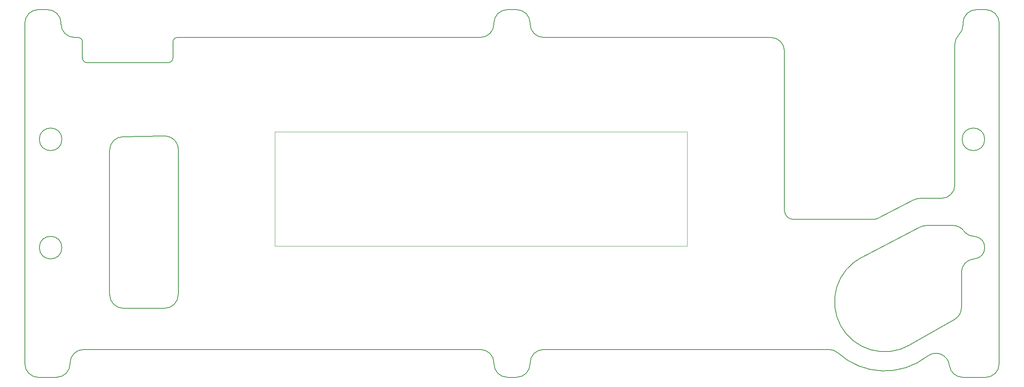
<source format=gm1>
%TF.GenerationSoftware,KiCad,Pcbnew,8.0.8*%
%TF.CreationDate,2025-03-15T17:30:35-07:00*%
%TF.ProjectId,Coil_Panel_XY,436f696c-5f50-4616-9e65-6c5f58592e6b,2.1*%
%TF.SameCoordinates,Original*%
%TF.FileFunction,Profile,NP*%
%FSLAX46Y46*%
G04 Gerber Fmt 4.6, Leading zero omitted, Abs format (unit mm)*
G04 Created by KiCad (PCBNEW 8.0.8) date 2025-03-15 17:30:35*
%MOMM*%
%LPD*%
G01*
G04 APERTURE LIST*
%TA.AperFunction,Profile*%
%ADD10C,0.200000*%
%TD*%
%TA.AperFunction,Profile*%
%ADD11C,0.100000*%
%TD*%
G04 APERTURE END LIST*
D10*
X160121631Y-126836000D02*
X160121631Y-126661000D01*
X248017869Y-125143714D02*
G75*
G02*
X228232372Y-124439938I-9476369J12057714D01*
G01*
X160121631Y-126661000D02*
G75*
G02*
X163121631Y-123660931I3000069J0D01*
G01*
X163121631Y-123661000D02*
X226215698Y-123661000D01*
X59371631Y-54511000D02*
G75*
G02*
X56371700Y-51511000I-31J2999900D01*
G01*
X260671631Y-77086000D02*
G75*
G02*
X255671631Y-77086000I-2500000J0D01*
G01*
X255671631Y-77086000D02*
G75*
G02*
X260671631Y-77086000I2500000J0D01*
G01*
X58371631Y-126836000D02*
G75*
G02*
X55371631Y-129835931I-2999931J0D01*
G01*
X70134831Y-76489900D02*
X78896318Y-76390919D01*
X56371631Y-51511000D02*
X56371631Y-51336000D01*
X82304000Y-111523900D02*
G75*
G02*
X79303931Y-114523900I-3000000J0D01*
G01*
X160121631Y-126836000D02*
G75*
G02*
X157121631Y-129835931I-2999931J0D01*
G01*
X152121631Y-51511000D02*
G75*
G02*
X149121631Y-54510931I-2999931J0D01*
G01*
X149121631Y-123661000D02*
G75*
G02*
X152121700Y-126661000I-31J-3000100D01*
G01*
X157121631Y-48336000D02*
X155121631Y-48336000D01*
X155121631Y-129836000D02*
X157121631Y-129836000D01*
X79303931Y-114523900D02*
X70134831Y-114523900D01*
X152121631Y-126661000D02*
X152121631Y-126836000D01*
X58371631Y-126661000D02*
G75*
G02*
X61371631Y-123660931I3000069J0D01*
G01*
X152121631Y-51336000D02*
G75*
G02*
X155121631Y-48335931I3000069J0D01*
G01*
X255834505Y-129836000D02*
X260871631Y-129836000D01*
X155121631Y-129836000D02*
G75*
G02*
X152121700Y-126836000I-31J2999900D01*
G01*
X157121631Y-48336000D02*
G75*
G02*
X160121700Y-51336000I-31J-3000100D01*
G01*
X149121631Y-54511000D02*
X82121631Y-54511000D01*
X163121631Y-54511000D02*
G75*
G02*
X160121700Y-51511000I-31J2999900D01*
G01*
X81121631Y-55511000D02*
X81121631Y-59086000D01*
X81121631Y-59086000D02*
G75*
G02*
X80121631Y-60085931I-999931J0D01*
G01*
X67134831Y-79489900D02*
G75*
G02*
X70134831Y-76489831I3000069J0D01*
G01*
X51371631Y-129836000D02*
G75*
G02*
X48371700Y-126836000I-31J2999900D01*
G01*
X247807463Y-96186000D02*
X253661528Y-96186000D01*
X260871631Y-48336000D02*
G75*
G02*
X263871700Y-51336000I-31J-3000100D01*
G01*
X160121631Y-51511000D02*
X160121631Y-51336000D01*
X48371631Y-51336000D02*
G75*
G02*
X51371631Y-48335931I3000069J0D01*
G01*
X81121631Y-55511000D02*
G75*
G02*
X82121631Y-54510931I1000069J0D01*
G01*
X61121631Y-59086000D02*
X61121631Y-55511000D01*
X61371631Y-123661000D02*
X149121631Y-123661000D01*
X254066488Y-56049108D02*
G75*
G02*
X254969053Y-53904155I3000012J8D01*
G01*
X60121631Y-54511000D02*
X59371631Y-54511000D01*
X244965495Y-90522253D02*
G75*
G02*
X246345513Y-90185984I1380005J-2663547D01*
G01*
X253661528Y-96186000D02*
G75*
G02*
X256064523Y-97389971I-28J-3000100D01*
G01*
X255526488Y-114395724D02*
G75*
G02*
X254015815Y-116999960I-3000088J24D01*
G01*
X235908015Y-94836000D02*
X218371631Y-94836000D01*
X255871631Y-51336000D02*
G75*
G02*
X258871631Y-48335931I3000069J0D01*
G01*
X254015803Y-116999940D02*
X244041836Y-122703911D01*
X152121631Y-51336000D02*
X152121631Y-51511000D01*
X258306112Y-98589620D02*
G75*
G02*
X258332930Y-103580790I-134512J-2496380D01*
G01*
X78896318Y-76390919D02*
G75*
G02*
X82314810Y-79373927I407682J-2983081D01*
G01*
X67134831Y-111523900D02*
X67134831Y-79489900D01*
X263871631Y-126836000D02*
G75*
G02*
X260871631Y-129835931I-2999931J0D01*
G01*
X53371631Y-48336000D02*
G75*
G02*
X56371700Y-51336000I-31J-3000100D01*
G01*
X255526488Y-106574540D02*
G75*
G02*
X258332933Y-103580833I2999912J40D01*
G01*
X255871631Y-51759216D02*
G75*
G02*
X254969058Y-53904160I-3000031J16D01*
G01*
X258306112Y-98589620D02*
G75*
G02*
X256064490Y-97389996I161488J2995920D01*
G01*
X254066488Y-56049108D02*
X254066488Y-87186000D01*
X251066488Y-90186000D02*
X246345513Y-90186000D01*
X80121631Y-60086000D02*
X62121631Y-60086000D01*
X56571631Y-77086000D02*
G75*
G02*
X51571631Y-77086000I-2500000J0D01*
G01*
X51571631Y-77086000D02*
G75*
G02*
X56571631Y-77086000I2500000J0D01*
G01*
X226215698Y-123661000D02*
G75*
G02*
X228232356Y-124439956I102J-2999700D01*
G01*
X255526488Y-106574540D02*
X255526488Y-114395724D01*
X255871631Y-51336000D02*
X255871631Y-51759216D01*
X70134831Y-114523900D02*
G75*
G02*
X67134900Y-111523900I-31J2999900D01*
G01*
X233444793Y-103248229D02*
X246427444Y-96522253D01*
X254066488Y-87186000D02*
G75*
G02*
X251066488Y-90185988I-2999988J0D01*
G01*
X48371631Y-51336000D02*
X48371631Y-126836000D01*
X51371631Y-129836000D02*
X55371631Y-129836000D01*
X244041836Y-122703911D02*
G75*
G02*
X233444798Y-103248239I-5500336J9617911D01*
G01*
X216371631Y-92836000D02*
X216371631Y-57511000D01*
X263871631Y-126836000D02*
X263871631Y-51336000D01*
X60121631Y-54511000D02*
G75*
G02*
X61121700Y-55511000I-31J-1000100D01*
G01*
X244965495Y-90522253D02*
X237288034Y-94499747D01*
X62121631Y-60086000D02*
G75*
G02*
X61121700Y-59086000I-31J999900D01*
G01*
X58371631Y-126836000D02*
X58371631Y-126661000D01*
X237288034Y-94499747D02*
G75*
G02*
X235908015Y-94835985I-1380034J2663947D01*
G01*
X248017869Y-125143714D02*
G75*
G02*
X252853062Y-127169218I1853731J-2358786D01*
G01*
X255834505Y-129836000D02*
G75*
G02*
X252853074Y-127169216I95J3000100D01*
G01*
X213371631Y-54511000D02*
X163121631Y-54511000D01*
X213371631Y-54511000D02*
G75*
G02*
X216371700Y-57511000I-31J-3000100D01*
G01*
X53371631Y-48336000D02*
X51371631Y-48336000D01*
X56571631Y-101086000D02*
G75*
G02*
X51571631Y-101086000I-2500000J0D01*
G01*
X51571631Y-101086000D02*
G75*
G02*
X56571631Y-101086000I2500000J0D01*
G01*
X260871631Y-48336000D02*
X258871631Y-48336000D01*
D11*
X103632000Y-75438000D02*
X194880695Y-75438000D01*
X194880695Y-100741627D01*
X103632000Y-100741627D01*
X103632000Y-75438000D01*
D10*
X218371631Y-94836000D02*
G75*
G02*
X216371700Y-92836000I-31J1999900D01*
G01*
X246427444Y-96522253D02*
G75*
G02*
X247807463Y-96186017I1380056J-2664047D01*
G01*
X82314810Y-79373927D02*
X82304000Y-111523900D01*
M02*

</source>
